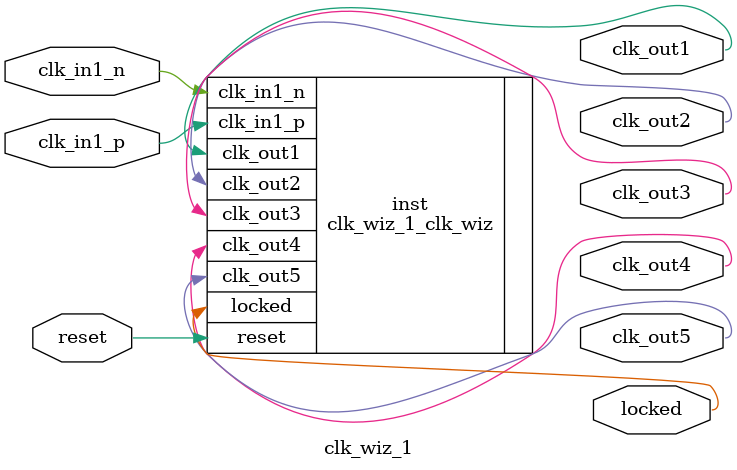
<source format=v>


`timescale 1ps/1ps

(* CORE_GENERATION_INFO = "clk_wiz_1,clk_wiz_v5_4_3_0,{component_name=clk_wiz_1,use_phase_alignment=true,use_min_o_jitter=true,use_max_i_jitter=false,use_dyn_phase_shift=false,use_inclk_switchover=false,use_dyn_reconfig=false,enable_axi=0,feedback_source=FDBK_AUTO,PRIMITIVE=MMCM,num_out_clk=5,clkin1_period=5.000,clkin2_period=10.0,use_power_down=false,use_reset=true,use_locked=true,use_inclk_stopped=false,feedback_type=SINGLE,CLOCK_MGR_TYPE=NA,manual_override=false}" *)

module clk_wiz_1 
 (
  // Clock out ports
  output        clk_out1,
  output        clk_out2,
  output        clk_out3,
  output        clk_out4,
  output        clk_out5,
  // Status and control signals
  input         reset,
  output        locked,
 // Clock in ports
  input         clk_in1_p,
  input         clk_in1_n
 );

  clk_wiz_1_clk_wiz inst
  (
  // Clock out ports  
  .clk_out1(clk_out1),
  .clk_out2(clk_out2),
  .clk_out3(clk_out3),
  .clk_out4(clk_out4),
  .clk_out5(clk_out5),
  // Status and control signals               
  .reset(reset), 
  .locked(locked),
 // Clock in ports
  .clk_in1_p(clk_in1_p),
  .clk_in1_n(clk_in1_n)
  );

endmodule

</source>
